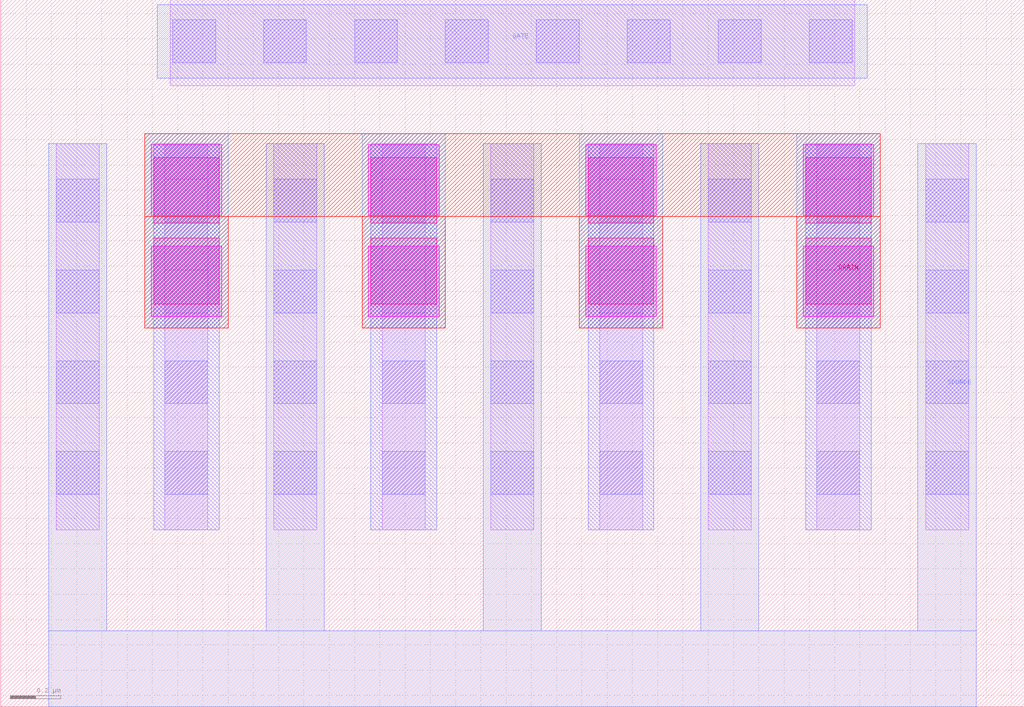
<source format=lef>
# Copyright 2020 The SkyWater PDK Authors
#
# Licensed under the Apache License, Version 2.0 (the "License");
# you may not use this file except in compliance with the License.
# You may obtain a copy of the License at
#
#     https://www.apache.org/licenses/LICENSE-2.0
#
# Unless required by applicable law or agreed to in writing, software
# distributed under the License is distributed on an "AS IS" BASIS,
# WITHOUT WARRANTIES OR CONDITIONS OF ANY KIND, either express or implied.
# See the License for the specific language governing permissions and
# limitations under the License.
#
# SPDX-License-Identifier: Apache-2.0

VERSION 5.7 ;
  NOWIREEXTENSIONATPIN ON ;
  DIVIDERCHAR "/" ;
  BUSBITCHARS "[]" ;
MACRO sky130_fd_pr__rf_pfet_01v8_aF08W1p68L0p15
  CLASS BLOCK ;
  FOREIGN sky130_fd_pr__rf_pfet_01v8_aF08W1p68L0p15 ;
  ORIGIN  0.000000  0.445000 ;
  SIZE  4.050000 BY  2.800000 ;
  PIN DRAIN
    ANTENNADIFFAREA  1.881600 ;
    PORT
      LAYER met3 ;
        RECT 0.570000 1.055000 0.900000 1.495000 ;
        RECT 0.570000 1.495000 3.480000 1.825000 ;
        RECT 1.430000 1.055000 1.760000 1.495000 ;
        RECT 2.290000 1.055000 2.620000 1.495000 ;
        RECT 3.150000 1.055000 3.480000 1.495000 ;
    END
  END DRAIN
  PIN GATE
    ANTENNAGATEAREA  2.016000 ;
    PORT
      LAYER met1 ;
        RECT 0.620000 2.045000 3.430000 2.335000 ;
    END
  END GATE
  PIN SOURCE
    ANTENNADIFFAREA  2.301600 ;
    PORT
      LAYER met1 ;
        RECT 0.190000 -0.445000 3.860000 -0.145000 ;
        RECT 0.190000 -0.145000 0.420000  1.785000 ;
        RECT 1.050000 -0.145000 1.280000  1.785000 ;
        RECT 1.910000 -0.145000 2.140000  1.785000 ;
        RECT 2.770000 -0.145000 3.000000  1.785000 ;
        RECT 3.630000 -0.145000 3.860000  1.785000 ;
    END
  END SOURCE
  OBS
    LAYER li1 ;
      RECT 0.220000 0.255000 0.390000 1.785000 ;
      RECT 0.650000 0.255000 0.820000 1.785000 ;
      RECT 0.670000 2.015000 3.380000 2.355000 ;
      RECT 1.080000 0.255000 1.250000 1.785000 ;
      RECT 1.510000 0.255000 1.680000 1.785000 ;
      RECT 1.940000 0.255000 2.110000 1.785000 ;
      RECT 2.370000 0.255000 2.540000 1.785000 ;
      RECT 2.800000 0.255000 2.970000 1.785000 ;
      RECT 3.230000 0.255000 3.400000 1.785000 ;
      RECT 3.660000 0.255000 3.830000 1.785000 ;
    LAYER mcon ;
      RECT 0.220000 0.395000 0.390000 0.565000 ;
      RECT 0.220000 0.755000 0.390000 0.925000 ;
      RECT 0.220000 1.115000 0.390000 1.285000 ;
      RECT 0.220000 1.475000 0.390000 1.645000 ;
      RECT 0.650000 0.395000 0.820000 0.565000 ;
      RECT 0.650000 0.755000 0.820000 0.925000 ;
      RECT 0.650000 1.115000 0.820000 1.285000 ;
      RECT 0.650000 1.475000 0.820000 1.645000 ;
      RECT 0.680000 2.105000 0.850000 2.275000 ;
      RECT 1.040000 2.105000 1.210000 2.275000 ;
      RECT 1.080000 0.395000 1.250000 0.565000 ;
      RECT 1.080000 0.755000 1.250000 0.925000 ;
      RECT 1.080000 1.115000 1.250000 1.285000 ;
      RECT 1.080000 1.475000 1.250000 1.645000 ;
      RECT 1.400000 2.105000 1.570000 2.275000 ;
      RECT 1.510000 0.395000 1.680000 0.565000 ;
      RECT 1.510000 0.755000 1.680000 0.925000 ;
      RECT 1.510000 1.115000 1.680000 1.285000 ;
      RECT 1.510000 1.475000 1.680000 1.645000 ;
      RECT 1.760000 2.105000 1.930000 2.275000 ;
      RECT 1.940000 0.395000 2.110000 0.565000 ;
      RECT 1.940000 0.755000 2.110000 0.925000 ;
      RECT 1.940000 1.115000 2.110000 1.285000 ;
      RECT 1.940000 1.475000 2.110000 1.645000 ;
      RECT 2.120000 2.105000 2.290000 2.275000 ;
      RECT 2.370000 0.395000 2.540000 0.565000 ;
      RECT 2.370000 0.755000 2.540000 0.925000 ;
      RECT 2.370000 1.115000 2.540000 1.285000 ;
      RECT 2.370000 1.475000 2.540000 1.645000 ;
      RECT 2.480000 2.105000 2.650000 2.275000 ;
      RECT 2.800000 0.395000 2.970000 0.565000 ;
      RECT 2.800000 0.755000 2.970000 0.925000 ;
      RECT 2.800000 1.115000 2.970000 1.285000 ;
      RECT 2.800000 1.475000 2.970000 1.645000 ;
      RECT 2.840000 2.105000 3.010000 2.275000 ;
      RECT 3.200000 2.105000 3.370000 2.275000 ;
      RECT 3.230000 0.395000 3.400000 0.565000 ;
      RECT 3.230000 0.755000 3.400000 0.925000 ;
      RECT 3.230000 1.115000 3.400000 1.285000 ;
      RECT 3.230000 1.475000 3.400000 1.645000 ;
      RECT 3.660000 0.395000 3.830000 0.565000 ;
      RECT 3.660000 0.755000 3.830000 0.925000 ;
      RECT 3.660000 1.115000 3.830000 1.285000 ;
      RECT 3.660000 1.475000 3.830000 1.645000 ;
    LAYER met1 ;
      RECT 0.605000 0.255000 0.865000 1.785000 ;
      RECT 1.465000 0.255000 1.725000 1.785000 ;
      RECT 2.325000 0.255000 2.585000 1.785000 ;
      RECT 3.185000 0.255000 3.445000 1.785000 ;
    LAYER met2 ;
      RECT 0.570000 1.055000 0.900000 1.825000 ;
      RECT 1.430000 1.055000 1.760000 1.825000 ;
      RECT 2.290000 1.055000 2.620000 1.825000 ;
      RECT 3.150000 1.055000 3.480000 1.825000 ;
    LAYER via ;
      RECT 0.605000 1.150000 0.865000 1.410000 ;
      RECT 0.605000 1.470000 0.865000 1.730000 ;
      RECT 1.465000 1.150000 1.725000 1.410000 ;
      RECT 1.465000 1.470000 1.725000 1.730000 ;
      RECT 2.325000 1.150000 2.585000 1.410000 ;
      RECT 2.325000 1.470000 2.585000 1.730000 ;
      RECT 3.185000 1.150000 3.445000 1.410000 ;
      RECT 3.185000 1.470000 3.445000 1.730000 ;
    LAYER via2 ;
      RECT 0.595000 1.100000 0.875000 1.380000 ;
      RECT 0.595000 1.500000 0.875000 1.780000 ;
      RECT 1.455000 1.100000 1.735000 1.380000 ;
      RECT 1.455000 1.500000 1.735000 1.780000 ;
      RECT 2.315000 1.100000 2.595000 1.380000 ;
      RECT 2.315000 1.500000 2.595000 1.780000 ;
      RECT 3.175000 1.100000 3.455000 1.380000 ;
      RECT 3.175000 1.500000 3.455000 1.780000 ;
  END
END sky130_fd_pr__rf_pfet_01v8_aF08W1p68L0p15
END LIBRARY

</source>
